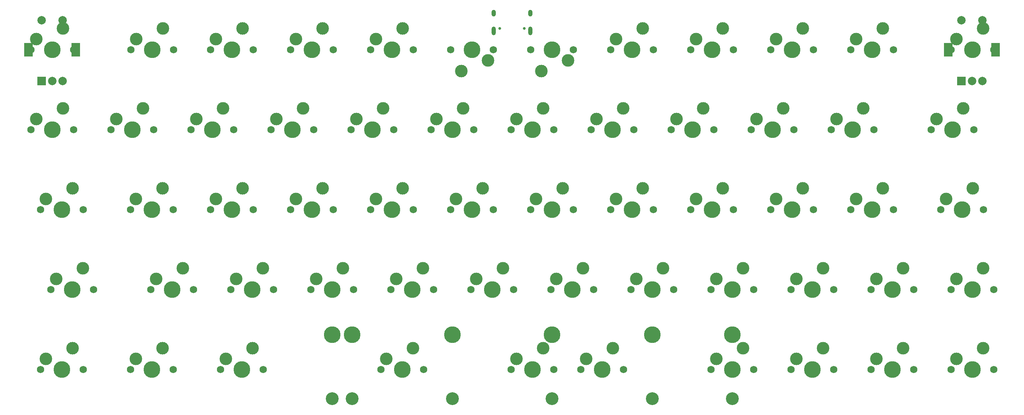
<source format=gbr>
%TF.GenerationSoftware,KiCad,Pcbnew,(6.0.7)*%
%TF.CreationDate,2022-10-27T18:22:05+02:00*%
%TF.ProjectId,the PETER keyboard,74686520-5045-4544-9552-206b6579626f,rev?*%
%TF.SameCoordinates,Original*%
%TF.FileFunction,Soldermask,Top*%
%TF.FilePolarity,Negative*%
%FSLAX46Y46*%
G04 Gerber Fmt 4.6, Leading zero omitted, Abs format (unit mm)*
G04 Created by KiCad (PCBNEW (6.0.7)) date 2022-10-27 18:22:05*
%MOMM*%
%LPD*%
G01*
G04 APERTURE LIST*
%ADD10C,3.000000*%
%ADD11C,1.750000*%
%ADD12C,3.987800*%
%ADD13C,3.048000*%
%ADD14R,2.000000X2.000000*%
%ADD15C,2.000000*%
%ADD16R,2.000000X3.200000*%
%ADD17C,0.650000*%
%ADD18O,1.000000X1.600000*%
%ADD19O,1.000000X2.100000*%
G04 APERTURE END LIST*
D10*
%TO.C,MX56*%
X218440000Y-127762000D03*
D11*
X210820000Y-132842000D03*
D10*
X212090000Y-130302000D03*
D11*
X220980000Y-132842000D03*
D12*
X215900000Y-132842000D03*
%TD*%
D11*
%TO.C,MX51*%
X75006200Y-132842000D03*
D10*
X76276200Y-130302000D03*
D12*
X80086200Y-132842000D03*
D10*
X82626200Y-127762000D03*
D11*
X85166200Y-132842000D03*
%TD*%
D13*
%TO.C,MX52*%
X106324400Y-139827000D03*
D12*
X130200400Y-124587000D03*
X106324400Y-124587000D03*
D10*
X114452400Y-130302000D03*
X120802400Y-127762000D03*
D11*
X123342400Y-132842000D03*
X113182400Y-132842000D03*
D13*
X130200400Y-139827000D03*
D12*
X118262400Y-132842000D03*
%TD*%
D10*
%TO.C,MX13*%
X31115000Y-73152000D03*
D11*
X29845000Y-75692000D03*
D12*
X34925000Y-75692000D03*
D10*
X37465000Y-70612000D03*
D11*
X40005000Y-75692000D03*
%TD*%
D12*
%TO.C,MX37*%
X39674800Y-113792000D03*
D11*
X44754800Y-113792000D03*
X34594800Y-113792000D03*
D10*
X42214800Y-108712000D03*
X35864800Y-111252000D03*
%TD*%
D11*
%TO.C,MX19*%
X154305000Y-75692000D03*
X144145000Y-75692000D03*
D12*
X149225000Y-75692000D03*
D10*
X145415000Y-73152000D03*
X151765000Y-70612000D03*
%TD*%
D11*
%TO.C,MX54*%
X170942000Y-132842000D03*
D13*
X177800000Y-139827000D03*
D12*
X165862000Y-132842000D03*
X153924000Y-124587000D03*
X177800000Y-124587000D03*
D13*
X153924000Y-139827000D03*
D10*
X162052000Y-130302000D03*
D11*
X160782000Y-132842000D03*
D10*
X168402000Y-127762000D03*
%TD*%
%TO.C,MX7*%
X151384000Y-61722000D03*
D11*
X159004000Y-56642000D03*
D10*
X157734000Y-59182000D03*
D11*
X148844000Y-56642000D03*
D12*
X153924000Y-56642000D03*
%TD*%
D10*
%TO.C,MX46*%
X212090000Y-111252000D03*
D11*
X220980000Y-113792000D03*
D10*
X218440000Y-108712000D03*
D11*
X210820000Y-113792000D03*
D12*
X215900000Y-113792000D03*
%TD*%
D14*
%TO.C,SW1*%
X32425000Y-64142000D03*
D15*
X37425000Y-64142000D03*
X34925000Y-64142000D03*
D16*
X29325000Y-56642000D03*
X40525000Y-56642000D03*
D15*
X37425000Y-49642000D03*
X32425000Y-49642000D03*
%TD*%
D10*
%TO.C,MX48*%
X256540000Y-108712000D03*
D11*
X248920000Y-113792000D03*
D10*
X250190000Y-111252000D03*
D11*
X259080000Y-113792000D03*
D12*
X254000000Y-113792000D03*
%TD*%
D10*
%TO.C,MX14*%
X56515000Y-70612000D03*
D11*
X59055000Y-75692000D03*
D10*
X50165000Y-73152000D03*
D12*
X53975000Y-75692000D03*
D11*
X48895000Y-75692000D03*
%TD*%
D10*
%TO.C,MX12*%
X250164600Y-54102000D03*
X256514600Y-51562000D03*
D12*
X253974600Y-56642000D03*
D11*
X248894600Y-56642000D03*
X259054600Y-56642000D03*
%TD*%
D10*
%TO.C,MX30*%
X131064000Y-92202000D03*
D11*
X139954000Y-94742000D03*
D12*
X134874000Y-94742000D03*
D11*
X129794000Y-94742000D03*
D10*
X137414000Y-89662000D03*
%TD*%
%TO.C,MX15*%
X69215000Y-73152000D03*
D11*
X78105000Y-75692000D03*
D12*
X73025000Y-75692000D03*
D10*
X75565000Y-70612000D03*
D11*
X67945000Y-75692000D03*
%TD*%
%TO.C,MX26*%
X63754000Y-94742000D03*
D12*
X58674000Y-94742000D03*
D10*
X61214000Y-89662000D03*
X54864000Y-92202000D03*
D11*
X53594000Y-94742000D03*
%TD*%
%TO.C,MX11*%
X235204000Y-56642000D03*
D10*
X226314000Y-54102000D03*
D12*
X230124000Y-56642000D03*
D11*
X225044000Y-56642000D03*
D10*
X232664000Y-51562000D03*
%TD*%
D11*
%TO.C,MX45*%
X191770000Y-113792000D03*
D10*
X199390000Y-108712000D03*
D12*
X196850000Y-113792000D03*
D11*
X201930000Y-113792000D03*
D10*
X193040000Y-111252000D03*
%TD*%
%TO.C,MX18*%
X126365000Y-73152000D03*
D11*
X125095000Y-75692000D03*
X135255000Y-75692000D03*
D10*
X132715000Y-70612000D03*
D12*
X130175000Y-75692000D03*
%TD*%
D11*
%TO.C,MX32*%
X167894000Y-94742000D03*
D12*
X172974000Y-94742000D03*
D10*
X169164000Y-92202000D03*
D11*
X178054000Y-94742000D03*
D10*
X175514000Y-89662000D03*
%TD*%
D11*
%TO.C,MX22*%
X201295000Y-75692000D03*
D12*
X206375000Y-75692000D03*
D10*
X208915000Y-70612000D03*
X202565000Y-73152000D03*
D11*
X211455000Y-75692000D03*
%TD*%
%TO.C,MX35*%
X225044000Y-94742000D03*
D12*
X230124000Y-94742000D03*
D10*
X232664000Y-89662000D03*
D11*
X235204000Y-94742000D03*
D10*
X226314000Y-92202000D03*
%TD*%
D11*
%TO.C,MX27*%
X82804000Y-94742000D03*
D10*
X80264000Y-89662000D03*
X73914000Y-92202000D03*
D11*
X72644000Y-94742000D03*
D12*
X77724000Y-94742000D03*
%TD*%
D10*
%TO.C,MX43*%
X161290000Y-108712000D03*
D11*
X163830000Y-113792000D03*
D12*
X158750000Y-113792000D03*
D10*
X154940000Y-111252000D03*
D11*
X153670000Y-113792000D03*
%TD*%
D10*
%TO.C,MX3*%
X73914000Y-54102000D03*
D11*
X72644000Y-56642000D03*
D10*
X80264000Y-51562000D03*
D12*
X77724000Y-56642000D03*
D11*
X82804000Y-56642000D03*
%TD*%
D12*
%TO.C,MX33*%
X192024000Y-94742000D03*
D11*
X186944000Y-94742000D03*
X197104000Y-94742000D03*
D10*
X188214000Y-92202000D03*
X194564000Y-89662000D03*
%TD*%
D12*
%TO.C,MX50*%
X58648600Y-132842000D03*
D10*
X54838600Y-130302000D03*
D11*
X63728600Y-132842000D03*
D10*
X61188600Y-127762000D03*
D11*
X53568600Y-132842000D03*
%TD*%
D10*
%TO.C,MX47*%
X231140000Y-111252000D03*
D11*
X229870000Y-113792000D03*
X240030000Y-113792000D03*
D12*
X234950000Y-113792000D03*
D10*
X237490000Y-108712000D03*
%TD*%
%TO.C,MX28*%
X99314000Y-89662000D03*
D11*
X91694000Y-94742000D03*
D12*
X96774000Y-94742000D03*
D11*
X101854000Y-94742000D03*
D10*
X92964000Y-92202000D03*
%TD*%
D12*
%TO.C,MX6*%
X134874000Y-56642000D03*
D10*
X138684000Y-59182000D03*
D11*
X129794000Y-56642000D03*
D10*
X132334000Y-61722000D03*
D11*
X139954000Y-56642000D03*
%TD*%
D10*
%TO.C,MX49*%
X39751000Y-127762000D03*
D11*
X42291000Y-132842000D03*
D10*
X33401000Y-130302000D03*
D11*
X32131000Y-132842000D03*
D12*
X37211000Y-132842000D03*
%TD*%
D11*
%TO.C,MX10*%
X205994000Y-56642000D03*
D10*
X213614000Y-51562000D03*
D12*
X211074000Y-56642000D03*
D10*
X207264000Y-54102000D03*
D11*
X216154000Y-56642000D03*
%TD*%
%TO.C,MX8*%
X167894000Y-56642000D03*
X178054000Y-56642000D03*
D12*
X172974000Y-56642000D03*
D10*
X169164000Y-54102000D03*
X175514000Y-51562000D03*
%TD*%
%TO.C,MX9*%
X188214000Y-54102000D03*
D11*
X197104000Y-56642000D03*
X186944000Y-56642000D03*
D10*
X194564000Y-51562000D03*
D12*
X192024000Y-56642000D03*
%TD*%
%TO.C,MX42*%
X139700000Y-113792000D03*
D10*
X135890000Y-111252000D03*
D11*
X144780000Y-113792000D03*
D10*
X142240000Y-108712000D03*
D11*
X134620000Y-113792000D03*
%TD*%
D12*
%TO.C,MX24*%
X249224800Y-75692000D03*
D10*
X245414800Y-73152000D03*
D11*
X244144800Y-75692000D03*
X254304800Y-75692000D03*
D10*
X251764800Y-70612000D03*
%TD*%
D12*
%TO.C,MX20*%
X168275000Y-75692000D03*
D11*
X163195000Y-75692000D03*
D10*
X164465000Y-73152000D03*
D11*
X173355000Y-75692000D03*
D10*
X170815000Y-70612000D03*
%TD*%
D11*
%TO.C,MX1*%
X29845000Y-56642000D03*
D10*
X37465000Y-51562000D03*
X31115000Y-54102000D03*
D12*
X34925000Y-56642000D03*
D11*
X40005000Y-56642000D03*
%TD*%
D10*
%TO.C,MX16*%
X88265000Y-73152000D03*
D12*
X92075000Y-75692000D03*
D11*
X86995000Y-75692000D03*
X97155000Y-75692000D03*
D10*
X94615000Y-70612000D03*
%TD*%
D11*
%TO.C,MX38*%
X58420000Y-113792000D03*
D10*
X66040000Y-108712000D03*
D12*
X63500000Y-113792000D03*
D10*
X59690000Y-111252000D03*
D11*
X68580000Y-113792000D03*
%TD*%
D10*
%TO.C,MX31*%
X150114000Y-92202000D03*
X156464000Y-89662000D03*
D11*
X148844000Y-94742000D03*
X159004000Y-94742000D03*
D12*
X153924000Y-94742000D03*
%TD*%
D13*
%TO.C,MX53*%
X101600000Y-139827000D03*
D10*
X145415000Y-130302000D03*
D13*
X196850000Y-139827000D03*
D12*
X149225000Y-132842000D03*
X101600000Y-124587000D03*
D11*
X154305000Y-132842000D03*
D12*
X196850000Y-124587000D03*
D11*
X144145000Y-132842000D03*
D10*
X151765000Y-127762000D03*
%TD*%
D12*
%TO.C,MX29*%
X115824000Y-94742000D03*
D11*
X110744000Y-94742000D03*
D10*
X118364000Y-89662000D03*
D11*
X120904000Y-94742000D03*
D10*
X112014000Y-92202000D03*
%TD*%
%TO.C,MX39*%
X85090000Y-108712000D03*
D11*
X87630000Y-113792000D03*
X77470000Y-113792000D03*
D10*
X78740000Y-111252000D03*
D12*
X82550000Y-113792000D03*
%TD*%
D10*
%TO.C,MX55*%
X199390000Y-127762000D03*
D11*
X191770000Y-132842000D03*
D10*
X193040000Y-130302000D03*
D12*
X196850000Y-132842000D03*
D11*
X201930000Y-132842000D03*
%TD*%
D12*
%TO.C,MX40*%
X101600000Y-113792000D03*
D11*
X106680000Y-113792000D03*
D10*
X104140000Y-108712000D03*
X97790000Y-111252000D03*
D11*
X96520000Y-113792000D03*
%TD*%
D10*
%TO.C,MX21*%
X183515000Y-73152000D03*
X189865000Y-70612000D03*
D11*
X182245000Y-75692000D03*
D12*
X187325000Y-75692000D03*
D11*
X192405000Y-75692000D03*
%TD*%
D10*
%TO.C,MX5*%
X112014000Y-54102000D03*
D11*
X120904000Y-56642000D03*
D10*
X118364000Y-51562000D03*
D11*
X110744000Y-56642000D03*
D12*
X115824000Y-56642000D03*
%TD*%
%TO.C,MX44*%
X177800000Y-113792000D03*
D10*
X180340000Y-108712000D03*
D11*
X182880000Y-113792000D03*
X172720000Y-113792000D03*
D10*
X173990000Y-111252000D03*
%TD*%
%TO.C,MX36*%
X247751600Y-92202000D03*
D12*
X251561600Y-94742000D03*
D11*
X246481600Y-94742000D03*
X256641600Y-94742000D03*
D10*
X254101600Y-89662000D03*
%TD*%
D14*
%TO.C,SW12*%
X251373000Y-64142000D03*
D15*
X256373000Y-64142000D03*
X253873000Y-64142000D03*
D16*
X248273000Y-56642000D03*
X259473000Y-56642000D03*
D15*
X256373000Y-49642000D03*
X251373000Y-49642000D03*
%TD*%
D11*
%TO.C,MX4*%
X101854000Y-56642000D03*
D10*
X99314000Y-51562000D03*
D12*
X96774000Y-56642000D03*
D11*
X91694000Y-56642000D03*
D10*
X92964000Y-54102000D03*
%TD*%
D11*
%TO.C,MX25*%
X42316400Y-94742000D03*
D12*
X37236400Y-94742000D03*
D10*
X33426400Y-92202000D03*
D11*
X32156400Y-94742000D03*
D10*
X39776400Y-89662000D03*
%TD*%
D11*
%TO.C,MX17*%
X116205000Y-75692000D03*
X106045000Y-75692000D03*
D12*
X111125000Y-75692000D03*
D10*
X107315000Y-73152000D03*
X113665000Y-70612000D03*
%TD*%
%TO.C,MX41*%
X123190000Y-108712000D03*
D12*
X120650000Y-113792000D03*
D11*
X125730000Y-113792000D03*
X115570000Y-113792000D03*
D10*
X116840000Y-111252000D03*
%TD*%
D12*
%TO.C,MX34*%
X211074000Y-94742000D03*
D10*
X207264000Y-92202000D03*
X213614000Y-89662000D03*
D11*
X216154000Y-94742000D03*
X205994000Y-94742000D03*
%TD*%
%TO.C,MX58*%
X259080000Y-132842000D03*
D10*
X250190000Y-130302000D03*
D11*
X248920000Y-132842000D03*
D10*
X256540000Y-127762000D03*
D12*
X254000000Y-132842000D03*
%TD*%
D11*
%TO.C,MX2*%
X53657500Y-56642000D03*
D12*
X58737500Y-56642000D03*
D10*
X54927500Y-54102000D03*
D11*
X63817500Y-56642000D03*
D10*
X61277500Y-51562000D03*
%TD*%
%TO.C,MX57*%
X231140000Y-130302000D03*
D11*
X240030000Y-132842000D03*
X229870000Y-132842000D03*
D10*
X237490000Y-127762000D03*
D12*
X234950000Y-132842000D03*
%TD*%
D11*
%TO.C,MX23*%
X230505000Y-75692000D03*
D12*
X225425000Y-75692000D03*
D10*
X221615000Y-73152000D03*
X227965000Y-70612000D03*
D11*
X220345000Y-75692000D03*
%TD*%
D17*
%TO.C,J1*%
X141510000Y-51622000D03*
X147290000Y-51622000D03*
D18*
X148720000Y-47972000D03*
X140080000Y-47972000D03*
D19*
X140080000Y-52152000D03*
X148720000Y-52152000D03*
%TD*%
M02*

</source>
